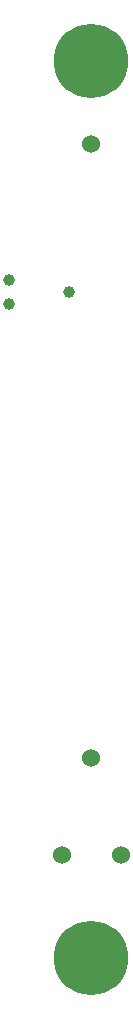
<source format=gbs>
%TF.GenerationSoftware,KiCad,Pcbnew,no-vcs-found-835c19f~60~ubuntu16.04.1*%
%TF.CreationDate,2017-10-14T22:29:22+01:00*%
%TF.ProjectId,altimeter,616C74696D657465722E6B696361645F,rev?*%
%TF.SameCoordinates,Original*%
%TF.FileFunction,Soldermask,Bot*%
%TF.FilePolarity,Negative*%
%FSLAX46Y46*%
G04 Gerber Fmt 4.6, Leading zero omitted, Abs format (unit mm)*
G04 Created by KiCad (PCBNEW no-vcs-found-835c19f~60~ubuntu16.04.1) date Sat Oct 14 22:29:22 2017*
%MOMM*%
%LPD*%
G01*
G04 APERTURE LIST*
%ADD10C,1.524000*%
%ADD11C,1.000000*%
%ADD12C,6.300000*%
%ADD13C,0.600000*%
G04 APERTURE END LIST*
D10*
%TO.C,J1*%
X100000000Y-74000000D03*
X100000000Y-126000000D03*
%TD*%
%TO.C,LS1*%
X97500000Y-134250000D03*
X102500000Y-134250000D03*
%TD*%
D11*
%TO.C,P1*%
X98140000Y-86595000D03*
X93060000Y-85579000D03*
X93060000Y-87611000D03*
%TD*%
D12*
%TO.C,X1*%
X100000000Y-67000000D03*
D13*
X100000000Y-64500000D03*
X102500000Y-67000000D03*
X100000000Y-69500000D03*
X97500000Y-67000000D03*
X98200000Y-65200000D03*
X101800000Y-65200000D03*
X98200000Y-68800000D03*
X101800000Y-68800000D03*
%TD*%
%TO.C,X2*%
X101800000Y-144800000D03*
X98200000Y-144800000D03*
X101800000Y-141200000D03*
X98200000Y-141200000D03*
X97500000Y-143000000D03*
X100000000Y-145500000D03*
X102500000Y-143000000D03*
X100000000Y-140500000D03*
D12*
X100000000Y-143000000D03*
%TD*%
M02*

</source>
